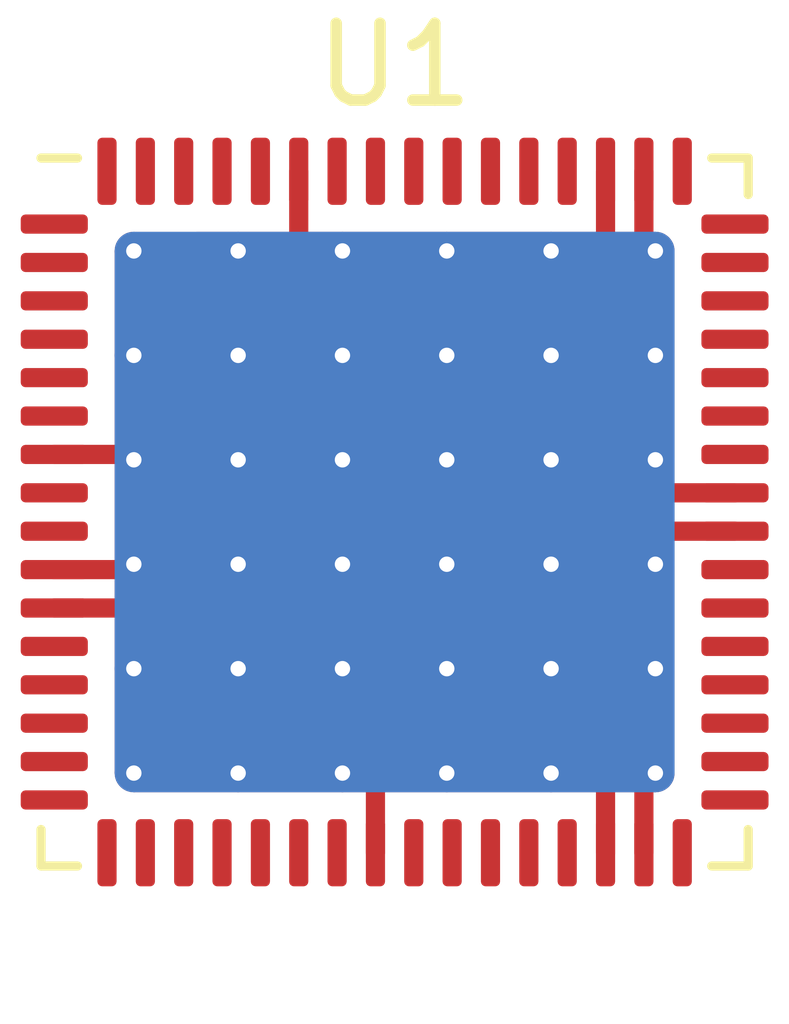
<source format=kicad_pcb>
(kicad_pcb (version 20171130) (host pcbnew "(5.1.4)-1")

  (general
    (thickness 1.6)
    (drawings 0)
    (tracks 22)
    (zones 0)
    (modules 1)
    (nets 55)
  )

  (page A4)
  (layers
    (0 F.Cu signal)
    (31 B.Cu signal)
    (32 B.Adhes user)
    (33 F.Adhes user)
    (34 B.Paste user)
    (35 F.Paste user)
    (36 B.SilkS user)
    (37 F.SilkS user)
    (38 B.Mask user)
    (39 F.Mask user)
    (40 Dwgs.User user)
    (41 Cmts.User user)
    (42 Eco1.User user)
    (43 Eco2.User user)
    (44 Edge.Cuts user)
    (45 Margin user)
    (46 B.CrtYd user)
    (47 F.CrtYd user)
    (48 B.Fab user)
    (49 F.Fab user)
  )

  (setup
    (last_trace_width 0.125)
    (trace_clearance 0.2)
    (zone_clearance 0.508)
    (zone_45_only no)
    (trace_min 0.09)
    (via_size 0.8)
    (via_drill 0.4)
    (via_min_size 0.4)
    (via_min_drill 0.3)
    (uvia_size 0.3)
    (uvia_drill 0.1)
    (uvias_allowed no)
    (uvia_min_size 0.2)
    (uvia_min_drill 0.1)
    (edge_width 0.05)
    (segment_width 0.2)
    (pcb_text_width 0.3)
    (pcb_text_size 1.5 1.5)
    (mod_edge_width 0.12)
    (mod_text_size 1 1)
    (mod_text_width 0.15)
    (pad_size 1.524 1.524)
    (pad_drill 0.762)
    (pad_to_mask_clearance 0.051)
    (solder_mask_min_width 0.25)
    (aux_axis_origin 0 0)
    (visible_elements 7FFFFFFF)
    (pcbplotparams
      (layerselection 0x010fc_ffffffff)
      (usegerberextensions false)
      (usegerberattributes false)
      (usegerberadvancedattributes false)
      (creategerberjobfile false)
      (excludeedgelayer true)
      (linewidth 0.100000)
      (plotframeref false)
      (viasonmask false)
      (mode 1)
      (useauxorigin false)
      (hpglpennumber 1)
      (hpglpenspeed 20)
      (hpglpendiameter 15.000000)
      (psnegative false)
      (psa4output false)
      (plotreference true)
      (plotvalue true)
      (plotinvisibletext false)
      (padsonsilk false)
      (subtractmaskfromsilk false)
      (outputformat 1)
      (mirror false)
      (drillshape 1)
      (scaleselection 1)
      (outputdirectory ""))
  )

  (net 0 "")
  (net 1 "Net-(U1-Pad1)")
  (net 2 "Net-(U1-Pad2)")
  (net 3 "Net-(U1-Pad3)")
  (net 4 "Net-(U1-Pad4)")
  (net 5 "Net-(U1-Pad5)")
  (net 6 "Net-(U1-Pad6)")
  (net 7 Earth)
  (net 8 "Net-(U1-Pad8)")
  (net 9 "Net-(U1-Pad9)")
  (net 10 "Net-(U1-Pad12)")
  (net 11 "Net-(U1-Pad13)")
  (net 12 "Net-(U1-Pad14)")
  (net 13 "Net-(U1-Pad15)")
  (net 14 "Net-(U1-Pad16)")
  (net 15 "Net-(U1-Pad17)")
  (net 16 "Net-(U1-Pad18)")
  (net 17 "Net-(U1-Pad19)")
  (net 18 "Net-(U1-Pad20)")
  (net 19 "Net-(U1-Pad21)")
  (net 20 "Net-(U1-Pad22)")
  (net 21 "Net-(U1-Pad23)")
  (net 22 "Net-(U1-Pad25)")
  (net 23 "Net-(U1-Pad26)")
  (net 24 "Net-(U1-Pad27)")
  (net 25 "Net-(U1-Pad28)")
  (net 26 "Net-(U1-Pad29)")
  (net 27 "Net-(U1-Pad32)")
  (net 28 "Net-(U1-Pad33)")
  (net 29 "Net-(U1-Pad34)")
  (net 30 "Net-(U1-Pad35)")
  (net 31 "Net-(U1-Pad36)")
  (net 32 "Net-(U1-Pad37)")
  (net 33 "Net-(U1-Pad38)")
  (net 34 "Net-(U1-Pad39)")
  (net 35 "Net-(U1-Pad42)")
  (net 36 "Net-(U1-Pad43)")
  (net 37 "Net-(U1-Pad44)")
  (net 38 "Net-(U1-Pad45)")
  (net 39 "Net-(U1-Pad46)")
  (net 40 "Net-(U1-Pad47)")
  (net 41 "Net-(U1-Pad48)")
  (net 42 "Net-(U1-Pad49)")
  (net 43 "Net-(U1-Pad52)")
  (net 44 "Net-(U1-Pad53)")
  (net 45 "Net-(U1-Pad54)")
  (net 46 "Net-(U1-Pad55)")
  (net 47 "Net-(U1-Pad56)")
  (net 48 "Net-(U1-Pad57)")
  (net 49 "Net-(U1-Pad58)")
  (net 50 "Net-(U1-Pad60)")
  (net 51 "Net-(U1-Pad61)")
  (net 52 "Net-(U1-Pad62)")
  (net 53 "Net-(U1-Pad63)")
  (net 54 "Net-(U1-Pad64)")

  (net_class Default "This is the default net class."
    (clearance 0.2)
    (trace_width 0.125)
    (via_dia 0.8)
    (via_drill 0.4)
    (uvia_dia 0.3)
    (uvia_drill 0.1)
    (add_net "Net-(U1-Pad1)")
    (add_net "Net-(U1-Pad12)")
    (add_net "Net-(U1-Pad13)")
    (add_net "Net-(U1-Pad14)")
    (add_net "Net-(U1-Pad15)")
    (add_net "Net-(U1-Pad16)")
    (add_net "Net-(U1-Pad17)")
    (add_net "Net-(U1-Pad18)")
    (add_net "Net-(U1-Pad19)")
    (add_net "Net-(U1-Pad2)")
    (add_net "Net-(U1-Pad20)")
    (add_net "Net-(U1-Pad21)")
    (add_net "Net-(U1-Pad22)")
    (add_net "Net-(U1-Pad23)")
    (add_net "Net-(U1-Pad25)")
    (add_net "Net-(U1-Pad26)")
    (add_net "Net-(U1-Pad27)")
    (add_net "Net-(U1-Pad28)")
    (add_net "Net-(U1-Pad29)")
    (add_net "Net-(U1-Pad3)")
    (add_net "Net-(U1-Pad32)")
    (add_net "Net-(U1-Pad33)")
    (add_net "Net-(U1-Pad34)")
    (add_net "Net-(U1-Pad35)")
    (add_net "Net-(U1-Pad36)")
    (add_net "Net-(U1-Pad37)")
    (add_net "Net-(U1-Pad38)")
    (add_net "Net-(U1-Pad39)")
    (add_net "Net-(U1-Pad4)")
    (add_net "Net-(U1-Pad42)")
    (add_net "Net-(U1-Pad43)")
    (add_net "Net-(U1-Pad44)")
    (add_net "Net-(U1-Pad45)")
    (add_net "Net-(U1-Pad46)")
    (add_net "Net-(U1-Pad47)")
    (add_net "Net-(U1-Pad48)")
    (add_net "Net-(U1-Pad49)")
    (add_net "Net-(U1-Pad5)")
    (add_net "Net-(U1-Pad52)")
    (add_net "Net-(U1-Pad53)")
    (add_net "Net-(U1-Pad54)")
    (add_net "Net-(U1-Pad55)")
    (add_net "Net-(U1-Pad56)")
    (add_net "Net-(U1-Pad57)")
    (add_net "Net-(U1-Pad58)")
    (add_net "Net-(U1-Pad6)")
    (add_net "Net-(U1-Pad60)")
    (add_net "Net-(U1-Pad61)")
    (add_net "Net-(U1-Pad62)")
    (add_net "Net-(U1-Pad63)")
    (add_net "Net-(U1-Pad64)")
    (add_net "Net-(U1-Pad8)")
    (add_net "Net-(U1-Pad9)")
  )

  (net_class GND ""
    (clearance 0.2)
    (trace_width 0.25)
    (via_dia 0.8)
    (via_drill 0.4)
    (uvia_dia 0.3)
    (uvia_drill 0.1)
    (add_net Earth)
  )

  (module Package_DFN_QFN:QFN-64-1EP_9x9mm_P0.5mm_EP7.3x7.3mm_ThermalVias (layer F.Cu) (tedit 5B316F24) (tstamp 5DA1242A)
    (at 152.465001 7.685001)
    (descr "QFN, 64 Pin (http://ww1.microchip.com/downloads/en/DeviceDoc/00002304A.pdf (page 43)), generated with kicad-footprint-generator ipc_dfn_qfn_generator.py")
    (tags "QFN DFN_QFN")
    (path /5DA0E17B)
    (attr smd)
    (fp_text reference U1 (at 0 -5.82) (layer F.SilkS)
      (effects (font (size 1 1) (thickness 0.15)))
    )
    (fp_text value SX1301 (at 0 5.82) (layer F.Fab)
      (effects (font (size 1 1) (thickness 0.15)))
    )
    (fp_line (start 4.135 -4.61) (end 4.61 -4.61) (layer F.SilkS) (width 0.12))
    (fp_line (start 4.61 -4.61) (end 4.61 -4.135) (layer F.SilkS) (width 0.12))
    (fp_line (start -4.135 4.61) (end -4.61 4.61) (layer F.SilkS) (width 0.12))
    (fp_line (start -4.61 4.61) (end -4.61 4.135) (layer F.SilkS) (width 0.12))
    (fp_line (start 4.135 4.61) (end 4.61 4.61) (layer F.SilkS) (width 0.12))
    (fp_line (start 4.61 4.61) (end 4.61 4.135) (layer F.SilkS) (width 0.12))
    (fp_line (start -4.135 -4.61) (end -4.61 -4.61) (layer F.SilkS) (width 0.12))
    (fp_line (start -3.5 -4.5) (end 4.5 -4.5) (layer F.Fab) (width 0.1))
    (fp_line (start 4.5 -4.5) (end 4.5 4.5) (layer F.Fab) (width 0.1))
    (fp_line (start 4.5 4.5) (end -4.5 4.5) (layer F.Fab) (width 0.1))
    (fp_line (start -4.5 4.5) (end -4.5 -3.5) (layer F.Fab) (width 0.1))
    (fp_line (start -4.5 -3.5) (end -3.5 -4.5) (layer F.Fab) (width 0.1))
    (fp_line (start -5.12 -5.12) (end -5.12 5.12) (layer F.CrtYd) (width 0.05))
    (fp_line (start -5.12 5.12) (end 5.12 5.12) (layer F.CrtYd) (width 0.05))
    (fp_line (start 5.12 5.12) (end 5.12 -5.12) (layer F.CrtYd) (width 0.05))
    (fp_line (start 5.12 -5.12) (end -5.12 -5.12) (layer F.CrtYd) (width 0.05))
    (fp_text user %R (at 0 0) (layer F.Fab)
      (effects (font (size 1 1) (thickness 0.15)))
    )
    (pad 65 smd roundrect (at 0 0) (size 7.3 7.3) (layers F.Cu F.Mask) (roundrect_rratio 0.034247)
      (net 7 Earth))
    (pad 65 thru_hole circle (at -3.4 -3.4) (size 0.5 0.5) (drill 0.2) (layers *.Cu)
      (net 7 Earth))
    (pad 65 thru_hole circle (at -2.04 -3.4) (size 0.5 0.5) (drill 0.2) (layers *.Cu)
      (net 7 Earth))
    (pad 65 thru_hole circle (at -0.68 -3.4) (size 0.5 0.5) (drill 0.2) (layers *.Cu)
      (net 7 Earth))
    (pad 65 thru_hole circle (at 0.68 -3.4) (size 0.5 0.5) (drill 0.2) (layers *.Cu)
      (net 7 Earth))
    (pad 65 thru_hole circle (at 2.04 -3.4) (size 0.5 0.5) (drill 0.2) (layers *.Cu)
      (net 7 Earth))
    (pad 65 thru_hole circle (at 3.4 -3.4) (size 0.5 0.5) (drill 0.2) (layers *.Cu)
      (net 7 Earth))
    (pad 65 thru_hole circle (at -3.4 -2.04) (size 0.5 0.5) (drill 0.2) (layers *.Cu)
      (net 7 Earth))
    (pad 65 thru_hole circle (at -2.04 -2.04) (size 0.5 0.5) (drill 0.2) (layers *.Cu)
      (net 7 Earth))
    (pad 65 thru_hole circle (at -0.68 -2.04) (size 0.5 0.5) (drill 0.2) (layers *.Cu)
      (net 7 Earth))
    (pad 65 thru_hole circle (at 0.68 -2.04) (size 0.5 0.5) (drill 0.2) (layers *.Cu)
      (net 7 Earth))
    (pad 65 thru_hole circle (at 2.04 -2.04) (size 0.5 0.5) (drill 0.2) (layers *.Cu)
      (net 7 Earth))
    (pad 65 thru_hole circle (at 3.4 -2.04) (size 0.5 0.5) (drill 0.2) (layers *.Cu)
      (net 7 Earth))
    (pad 65 thru_hole circle (at -3.4 -0.68) (size 0.5 0.5) (drill 0.2) (layers *.Cu)
      (net 7 Earth))
    (pad 65 thru_hole circle (at -2.04 -0.68) (size 0.5 0.5) (drill 0.2) (layers *.Cu)
      (net 7 Earth))
    (pad 65 thru_hole circle (at -0.68 -0.68) (size 0.5 0.5) (drill 0.2) (layers *.Cu)
      (net 7 Earth))
    (pad 65 thru_hole circle (at 0.68 -0.68) (size 0.5 0.5) (drill 0.2) (layers *.Cu)
      (net 7 Earth))
    (pad 65 thru_hole circle (at 2.04 -0.68) (size 0.5 0.5) (drill 0.2) (layers *.Cu)
      (net 7 Earth))
    (pad 65 thru_hole circle (at 3.4 -0.68) (size 0.5 0.5) (drill 0.2) (layers *.Cu)
      (net 7 Earth))
    (pad 65 thru_hole circle (at -3.4 0.68) (size 0.5 0.5) (drill 0.2) (layers *.Cu)
      (net 7 Earth))
    (pad 65 thru_hole circle (at -2.04 0.68) (size 0.5 0.5) (drill 0.2) (layers *.Cu)
      (net 7 Earth))
    (pad 65 thru_hole circle (at -0.68 0.68) (size 0.5 0.5) (drill 0.2) (layers *.Cu)
      (net 7 Earth))
    (pad 65 thru_hole circle (at 0.68 0.68) (size 0.5 0.5) (drill 0.2) (layers *.Cu)
      (net 7 Earth))
    (pad 65 thru_hole circle (at 2.04 0.68) (size 0.5 0.5) (drill 0.2) (layers *.Cu)
      (net 7 Earth))
    (pad 65 thru_hole circle (at 3.4 0.68) (size 0.5 0.5) (drill 0.2) (layers *.Cu)
      (net 7 Earth))
    (pad 65 thru_hole circle (at -3.4 2.04) (size 0.5 0.5) (drill 0.2) (layers *.Cu)
      (net 7 Earth))
    (pad 65 thru_hole circle (at -2.04 2.04) (size 0.5 0.5) (drill 0.2) (layers *.Cu)
      (net 7 Earth))
    (pad 65 thru_hole circle (at -0.68 2.04) (size 0.5 0.5) (drill 0.2) (layers *.Cu)
      (net 7 Earth))
    (pad 65 thru_hole circle (at 0.68 2.04) (size 0.5 0.5) (drill 0.2) (layers *.Cu)
      (net 7 Earth))
    (pad 65 thru_hole circle (at 2.04 2.04) (size 0.5 0.5) (drill 0.2) (layers *.Cu)
      (net 7 Earth))
    (pad 65 thru_hole circle (at 3.4 2.04) (size 0.5 0.5) (drill 0.2) (layers *.Cu)
      (net 7 Earth))
    (pad 65 thru_hole circle (at -3.4 3.4) (size 0.5 0.5) (drill 0.2) (layers *.Cu)
      (net 7 Earth))
    (pad 65 thru_hole circle (at -2.04 3.4) (size 0.5 0.5) (drill 0.2) (layers *.Cu)
      (net 7 Earth))
    (pad 65 thru_hole circle (at -0.68 3.4) (size 0.5 0.5) (drill 0.2) (layers *.Cu)
      (net 7 Earth))
    (pad 65 thru_hole circle (at 0.68 3.4) (size 0.5 0.5) (drill 0.2) (layers *.Cu)
      (net 7 Earth))
    (pad 65 thru_hole circle (at 2.04 3.4) (size 0.5 0.5) (drill 0.2) (layers *.Cu)
      (net 7 Earth))
    (pad 65 thru_hole circle (at 3.4 3.4) (size 0.5 0.5) (drill 0.2) (layers *.Cu)
      (net 7 Earth))
    (pad 65 smd roundrect (at 0 0) (size 7.3 7.3) (layers B.Cu) (roundrect_rratio 0.034247)
      (net 7 Earth))
    (pad "" smd roundrect (at -2.72 -2.72) (size 1.17709 1.17709) (layers F.Paste) (roundrect_rratio 0.212388))
    (pad "" smd roundrect (at -2.72 -1.36) (size 1.17709 1.17709) (layers F.Paste) (roundrect_rratio 0.212388))
    (pad "" smd roundrect (at -2.72 0) (size 1.17709 1.17709) (layers F.Paste) (roundrect_rratio 0.212388))
    (pad "" smd roundrect (at -2.72 1.36) (size 1.17709 1.17709) (layers F.Paste) (roundrect_rratio 0.212388))
    (pad "" smd roundrect (at -2.72 2.72) (size 1.17709 1.17709) (layers F.Paste) (roundrect_rratio 0.212388))
    (pad "" smd roundrect (at -1.36 -2.72) (size 1.17709 1.17709) (layers F.Paste) (roundrect_rratio 0.212388))
    (pad "" smd roundrect (at -1.36 -1.36) (size 1.17709 1.17709) (layers F.Paste) (roundrect_rratio 0.212388))
    (pad "" smd roundrect (at -1.36 0) (size 1.17709 1.17709) (layers F.Paste) (roundrect_rratio 0.212388))
    (pad "" smd roundrect (at -1.36 1.36) (size 1.17709 1.17709) (layers F.Paste) (roundrect_rratio 0.212388))
    (pad "" smd roundrect (at -1.36 2.72) (size 1.17709 1.17709) (layers F.Paste) (roundrect_rratio 0.212388))
    (pad "" smd roundrect (at 0 -2.72) (size 1.17709 1.17709) (layers F.Paste) (roundrect_rratio 0.212388))
    (pad "" smd roundrect (at 0 -1.36) (size 1.17709 1.17709) (layers F.Paste) (roundrect_rratio 0.212388))
    (pad "" smd roundrect (at 0 0) (size 1.17709 1.17709) (layers F.Paste) (roundrect_rratio 0.212388))
    (pad "" smd roundrect (at 0 1.36) (size 1.17709 1.17709) (layers F.Paste) (roundrect_rratio 0.212388))
    (pad "" smd roundrect (at 0 2.72) (size 1.17709 1.17709) (layers F.Paste) (roundrect_rratio 0.212388))
    (pad "" smd roundrect (at 1.36 -2.72) (size 1.17709 1.17709) (layers F.Paste) (roundrect_rratio 0.212388))
    (pad "" smd roundrect (at 1.36 -1.36) (size 1.17709 1.17709) (layers F.Paste) (roundrect_rratio 0.212388))
    (pad "" smd roundrect (at 1.36 0) (size 1.17709 1.17709) (layers F.Paste) (roundrect_rratio 0.212388))
    (pad "" smd roundrect (at 1.36 1.36) (size 1.17709 1.17709) (layers F.Paste) (roundrect_rratio 0.212388))
    (pad "" smd roundrect (at 1.36 2.72) (size 1.17709 1.17709) (layers F.Paste) (roundrect_rratio 0.212388))
    (pad "" smd roundrect (at 2.72 -2.72) (size 1.17709 1.17709) (layers F.Paste) (roundrect_rratio 0.212388))
    (pad "" smd roundrect (at 2.72 -1.36) (size 1.17709 1.17709) (layers F.Paste) (roundrect_rratio 0.212388))
    (pad "" smd roundrect (at 2.72 0) (size 1.17709 1.17709) (layers F.Paste) (roundrect_rratio 0.212388))
    (pad "" smd roundrect (at 2.72 1.36) (size 1.17709 1.17709) (layers F.Paste) (roundrect_rratio 0.212388))
    (pad "" smd roundrect (at 2.72 2.72) (size 1.17709 1.17709) (layers F.Paste) (roundrect_rratio 0.212388))
    (pad 1 smd roundrect (at -4.4375 -3.75) (size 0.875 0.25) (layers F.Cu F.Paste F.Mask) (roundrect_rratio 0.25)
      (net 1 "Net-(U1-Pad1)"))
    (pad 2 smd roundrect (at -4.4375 -3.25) (size 0.875 0.25) (layers F.Cu F.Paste F.Mask) (roundrect_rratio 0.25)
      (net 2 "Net-(U1-Pad2)"))
    (pad 3 smd roundrect (at -4.4375 -2.75) (size 0.875 0.25) (layers F.Cu F.Paste F.Mask) (roundrect_rratio 0.25)
      (net 3 "Net-(U1-Pad3)"))
    (pad 4 smd roundrect (at -4.4375 -2.25) (size 0.875 0.25) (layers F.Cu F.Paste F.Mask) (roundrect_rratio 0.25)
      (net 4 "Net-(U1-Pad4)"))
    (pad 5 smd roundrect (at -4.4375 -1.75) (size 0.875 0.25) (layers F.Cu F.Paste F.Mask) (roundrect_rratio 0.25)
      (net 5 "Net-(U1-Pad5)"))
    (pad 6 smd roundrect (at -4.4375 -1.25) (size 0.875 0.25) (layers F.Cu F.Paste F.Mask) (roundrect_rratio 0.25)
      (net 6 "Net-(U1-Pad6)"))
    (pad 7 smd roundrect (at -4.4375 -0.75) (size 0.875 0.25) (layers F.Cu F.Paste F.Mask) (roundrect_rratio 0.25)
      (net 7 Earth))
    (pad 8 smd roundrect (at -4.4375 -0.25) (size 0.875 0.25) (layers F.Cu F.Paste F.Mask) (roundrect_rratio 0.25)
      (net 8 "Net-(U1-Pad8)"))
    (pad 9 smd roundrect (at -4.4375 0.25) (size 0.875 0.25) (layers F.Cu F.Paste F.Mask) (roundrect_rratio 0.25)
      (net 9 "Net-(U1-Pad9)"))
    (pad 10 smd roundrect (at -4.4375 0.75) (size 0.875 0.25) (layers F.Cu F.Paste F.Mask) (roundrect_rratio 0.25)
      (net 7 Earth))
    (pad 11 smd roundrect (at -4.4375 1.25) (size 0.875 0.25) (layers F.Cu F.Paste F.Mask) (roundrect_rratio 0.25)
      (net 7 Earth))
    (pad 12 smd roundrect (at -4.4375 1.75) (size 0.875 0.25) (layers F.Cu F.Paste F.Mask) (roundrect_rratio 0.25)
      (net 10 "Net-(U1-Pad12)"))
    (pad 13 smd roundrect (at -4.4375 2.25) (size 0.875 0.25) (layers F.Cu F.Paste F.Mask) (roundrect_rratio 0.25)
      (net 11 "Net-(U1-Pad13)"))
    (pad 14 smd roundrect (at -4.4375 2.75) (size 0.875 0.25) (layers F.Cu F.Paste F.Mask) (roundrect_rratio 0.25)
      (net 12 "Net-(U1-Pad14)"))
    (pad 15 smd roundrect (at -4.4375 3.25) (size 0.875 0.25) (layers F.Cu F.Paste F.Mask) (roundrect_rratio 0.25)
      (net 13 "Net-(U1-Pad15)"))
    (pad 16 smd roundrect (at -4.4375 3.75) (size 0.875 0.25) (layers F.Cu F.Paste F.Mask) (roundrect_rratio 0.25)
      (net 14 "Net-(U1-Pad16)"))
    (pad 17 smd roundrect (at -3.75 4.4375) (size 0.25 0.875) (layers F.Cu F.Paste F.Mask) (roundrect_rratio 0.25)
      (net 15 "Net-(U1-Pad17)"))
    (pad 18 smd roundrect (at -3.25 4.4375) (size 0.25 0.875) (layers F.Cu F.Paste F.Mask) (roundrect_rratio 0.25)
      (net 16 "Net-(U1-Pad18)"))
    (pad 19 smd roundrect (at -2.75 4.4375) (size 0.25 0.875) (layers F.Cu F.Paste F.Mask) (roundrect_rratio 0.25)
      (net 17 "Net-(U1-Pad19)"))
    (pad 20 smd roundrect (at -2.25 4.4375) (size 0.25 0.875) (layers F.Cu F.Paste F.Mask) (roundrect_rratio 0.25)
      (net 18 "Net-(U1-Pad20)"))
    (pad 21 smd roundrect (at -1.75 4.4375) (size 0.25 0.875) (layers F.Cu F.Paste F.Mask) (roundrect_rratio 0.25)
      (net 19 "Net-(U1-Pad21)"))
    (pad 22 smd roundrect (at -1.25 4.4375) (size 0.25 0.875) (layers F.Cu F.Paste F.Mask) (roundrect_rratio 0.25)
      (net 20 "Net-(U1-Pad22)"))
    (pad 23 smd roundrect (at -0.75 4.4375) (size 0.25 0.875) (layers F.Cu F.Paste F.Mask) (roundrect_rratio 0.25)
      (net 21 "Net-(U1-Pad23)"))
    (pad 24 smd roundrect (at -0.25 4.4375) (size 0.25 0.875) (layers F.Cu F.Paste F.Mask) (roundrect_rratio 0.25)
      (net 7 Earth))
    (pad 25 smd roundrect (at 0.25 4.4375) (size 0.25 0.875) (layers F.Cu F.Paste F.Mask) (roundrect_rratio 0.25)
      (net 22 "Net-(U1-Pad25)"))
    (pad 26 smd roundrect (at 0.75 4.4375) (size 0.25 0.875) (layers F.Cu F.Paste F.Mask) (roundrect_rratio 0.25)
      (net 23 "Net-(U1-Pad26)"))
    (pad 27 smd roundrect (at 1.25 4.4375) (size 0.25 0.875) (layers F.Cu F.Paste F.Mask) (roundrect_rratio 0.25)
      (net 24 "Net-(U1-Pad27)"))
    (pad 28 smd roundrect (at 1.75 4.4375) (size 0.25 0.875) (layers F.Cu F.Paste F.Mask) (roundrect_rratio 0.25)
      (net 25 "Net-(U1-Pad28)"))
    (pad 29 smd roundrect (at 2.25 4.4375) (size 0.25 0.875) (layers F.Cu F.Paste F.Mask) (roundrect_rratio 0.25)
      (net 26 "Net-(U1-Pad29)"))
    (pad 30 smd roundrect (at 2.75 4.4375) (size 0.25 0.875) (layers F.Cu F.Paste F.Mask) (roundrect_rratio 0.25)
      (net 7 Earth))
    (pad 31 smd roundrect (at 3.25 4.4375) (size 0.25 0.875) (layers F.Cu F.Paste F.Mask) (roundrect_rratio 0.25)
      (net 7 Earth))
    (pad 32 smd roundrect (at 3.75 4.4375) (size 0.25 0.875) (layers F.Cu F.Paste F.Mask) (roundrect_rratio 0.25)
      (net 27 "Net-(U1-Pad32)"))
    (pad 33 smd roundrect (at 4.4375 3.75) (size 0.875 0.25) (layers F.Cu F.Paste F.Mask) (roundrect_rratio 0.25)
      (net 28 "Net-(U1-Pad33)"))
    (pad 34 smd roundrect (at 4.4375 3.25) (size 0.875 0.25) (layers F.Cu F.Paste F.Mask) (roundrect_rratio 0.25)
      (net 29 "Net-(U1-Pad34)"))
    (pad 35 smd roundrect (at 4.4375 2.75) (size 0.875 0.25) (layers F.Cu F.Paste F.Mask) (roundrect_rratio 0.25)
      (net 30 "Net-(U1-Pad35)"))
    (pad 36 smd roundrect (at 4.4375 2.25) (size 0.875 0.25) (layers F.Cu F.Paste F.Mask) (roundrect_rratio 0.25)
      (net 31 "Net-(U1-Pad36)"))
    (pad 37 smd roundrect (at 4.4375 1.75) (size 0.875 0.25) (layers F.Cu F.Paste F.Mask) (roundrect_rratio 0.25)
      (net 32 "Net-(U1-Pad37)"))
    (pad 38 smd roundrect (at 4.4375 1.25) (size 0.875 0.25) (layers F.Cu F.Paste F.Mask) (roundrect_rratio 0.25)
      (net 33 "Net-(U1-Pad38)"))
    (pad 39 smd roundrect (at 4.4375 0.75) (size 0.875 0.25) (layers F.Cu F.Paste F.Mask) (roundrect_rratio 0.25)
      (net 34 "Net-(U1-Pad39)"))
    (pad 40 smd roundrect (at 4.4375 0.25) (size 0.875 0.25) (layers F.Cu F.Paste F.Mask) (roundrect_rratio 0.25)
      (net 7 Earth))
    (pad 41 smd roundrect (at 4.4375 -0.25) (size 0.875 0.25) (layers F.Cu F.Paste F.Mask) (roundrect_rratio 0.25)
      (net 7 Earth))
    (pad 42 smd roundrect (at 4.4375 -0.75) (size 0.875 0.25) (layers F.Cu F.Paste F.Mask) (roundrect_rratio 0.25)
      (net 35 "Net-(U1-Pad42)"))
    (pad 43 smd roundrect (at 4.4375 -1.25) (size 0.875 0.25) (layers F.Cu F.Paste F.Mask) (roundrect_rratio 0.25)
      (net 36 "Net-(U1-Pad43)"))
    (pad 44 smd roundrect (at 4.4375 -1.75) (size 0.875 0.25) (layers F.Cu F.Paste F.Mask) (roundrect_rratio 0.25)
      (net 37 "Net-(U1-Pad44)"))
    (pad 45 smd roundrect (at 4.4375 -2.25) (size 0.875 0.25) (layers F.Cu F.Paste F.Mask) (roundrect_rratio 0.25)
      (net 38 "Net-(U1-Pad45)"))
    (pad 46 smd roundrect (at 4.4375 -2.75) (size 0.875 0.25) (layers F.Cu F.Paste F.Mask) (roundrect_rratio 0.25)
      (net 39 "Net-(U1-Pad46)"))
    (pad 47 smd roundrect (at 4.4375 -3.25) (size 0.875 0.25) (layers F.Cu F.Paste F.Mask) (roundrect_rratio 0.25)
      (net 40 "Net-(U1-Pad47)"))
    (pad 48 smd roundrect (at 4.4375 -3.75) (size 0.875 0.25) (layers F.Cu F.Paste F.Mask) (roundrect_rratio 0.25)
      (net 41 "Net-(U1-Pad48)"))
    (pad 49 smd roundrect (at 3.75 -4.4375) (size 0.25 0.875) (layers F.Cu F.Paste F.Mask) (roundrect_rratio 0.25)
      (net 42 "Net-(U1-Pad49)"))
    (pad 50 smd roundrect (at 3.25 -4.4375) (size 0.25 0.875) (layers F.Cu F.Paste F.Mask) (roundrect_rratio 0.25)
      (net 7 Earth))
    (pad 51 smd roundrect (at 2.75 -4.4375) (size 0.25 0.875) (layers F.Cu F.Paste F.Mask) (roundrect_rratio 0.25)
      (net 7 Earth))
    (pad 52 smd roundrect (at 2.25 -4.4375) (size 0.25 0.875) (layers F.Cu F.Paste F.Mask) (roundrect_rratio 0.25)
      (net 43 "Net-(U1-Pad52)"))
    (pad 53 smd roundrect (at 1.75 -4.4375) (size 0.25 0.875) (layers F.Cu F.Paste F.Mask) (roundrect_rratio 0.25)
      (net 44 "Net-(U1-Pad53)"))
    (pad 54 smd roundrect (at 1.25 -4.4375) (size 0.25 0.875) (layers F.Cu F.Paste F.Mask) (roundrect_rratio 0.25)
      (net 45 "Net-(U1-Pad54)"))
    (pad 55 smd roundrect (at 0.75 -4.4375) (size 0.25 0.875) (layers F.Cu F.Paste F.Mask) (roundrect_rratio 0.25)
      (net 46 "Net-(U1-Pad55)"))
    (pad 56 smd roundrect (at 0.25 -4.4375) (size 0.25 0.875) (layers F.Cu F.Paste F.Mask) (roundrect_rratio 0.25)
      (net 47 "Net-(U1-Pad56)"))
    (pad 57 smd roundrect (at -0.25 -4.4375) (size 0.25 0.875) (layers F.Cu F.Paste F.Mask) (roundrect_rratio 0.25)
      (net 48 "Net-(U1-Pad57)"))
    (pad 58 smd roundrect (at -0.75 -4.4375) (size 0.25 0.875) (layers F.Cu F.Paste F.Mask) (roundrect_rratio 0.25)
      (net 49 "Net-(U1-Pad58)"))
    (pad 59 smd roundrect (at -1.25 -4.4375) (size 0.25 0.875) (layers F.Cu F.Paste F.Mask) (roundrect_rratio 0.25)
      (net 7 Earth))
    (pad 60 smd roundrect (at -1.75 -4.4375) (size 0.25 0.875) (layers F.Cu F.Paste F.Mask) (roundrect_rratio 0.25)
      (net 50 "Net-(U1-Pad60)"))
    (pad 61 smd roundrect (at -2.25 -4.4375) (size 0.25 0.875) (layers F.Cu F.Paste F.Mask) (roundrect_rratio 0.25)
      (net 51 "Net-(U1-Pad61)"))
    (pad 62 smd roundrect (at -2.75 -4.4375) (size 0.25 0.875) (layers F.Cu F.Paste F.Mask) (roundrect_rratio 0.25)
      (net 52 "Net-(U1-Pad62)"))
    (pad 63 smd roundrect (at -3.25 -4.4375) (size 0.25 0.875) (layers F.Cu F.Paste F.Mask) (roundrect_rratio 0.25)
      (net 53 "Net-(U1-Pad63)"))
    (pad 64 smd roundrect (at -3.75 -4.4375) (size 0.25 0.875) (layers F.Cu F.Paste F.Mask) (roundrect_rratio 0.25)
      (net 54 "Net-(U1-Pad64)"))
    (model ${KISYS3DMOD}/Package_DFN_QFN.3dshapes/QFN-64-1EP_9x9mm_P0.5mm_EP7.3x7.3mm.wrl
      (at (xyz 0 0 0))
      (scale (xyz 1 1 1))
      (rotate (xyz 0 0 0))
    )
  )

  (segment (start 148.995001 8.435001) (end 149.065001 8.365001) (width 0.25) (layer F.Cu) (net 7))
  (segment (start 148.027501 8.435001) (end 148.995001 8.435001) (width 0.25) (layer F.Cu) (net 7))
  (segment (start 148.995001 6.935001) (end 149.065001 7.005001) (width 0.25) (layer F.Cu) (net 7))
  (segment (start 148.027501 6.935001) (end 148.995001 6.935001) (width 0.25) (layer F.Cu) (net 7))
  (segment (start 151.215001 6.435001) (end 152.465001 7.685001) (width 0.25) (layer F.Cu) (net 7))
  (segment (start 151.215001 3.247501) (end 151.215001 6.435001) (width 0.25) (layer F.Cu) (net 7))
  (segment (start 151.215001 8.935001) (end 152.465001 7.685001) (width 0.25) (layer F.Cu) (net 7))
  (segment (start 148.027501 8.935001) (end 151.215001 8.935001) (width 0.25) (layer F.Cu) (net 7))
  (segment (start 152.715001 7.435001) (end 152.465001 7.685001) (width 0.25) (layer F.Cu) (net 7))
  (segment (start 156.902501 7.435001) (end 152.715001 7.435001) (width 0.25) (layer F.Cu) (net 7))
  (segment (start 152.715001 7.935001) (end 152.465001 7.685001) (width 0.25) (layer F.Cu) (net 7))
  (segment (start 156.902501 7.935001) (end 152.715001 7.935001) (width 0.25) (layer F.Cu) (net 7))
  (segment (start 155.215001 10.435001) (end 152.465001 7.685001) (width 0.25) (layer F.Cu) (net 7))
  (segment (start 155.215001 12.122501) (end 155.215001 10.435001) (width 0.25) (layer F.Cu) (net 7))
  (segment (start 155.715001 10.935001) (end 152.465001 7.685001) (width 0.25) (layer F.Cu) (net 7))
  (segment (start 155.715001 12.122501) (end 155.715001 10.935001) (width 0.25) (layer F.Cu) (net 7))
  (segment (start 152.215001 7.935001) (end 152.465001 7.685001) (width 0.25) (layer F.Cu) (net 7))
  (segment (start 152.215001 12.122501) (end 152.215001 7.935001) (width 0.25) (layer F.Cu) (net 7))
  (segment (start 155.215001 4.935001) (end 152.465001 7.685001) (width 0.25) (layer F.Cu) (net 7))
  (segment (start 155.215001 3.247501) (end 155.215001 4.935001) (width 0.25) (layer F.Cu) (net 7))
  (segment (start 155.715001 4.435001) (end 152.465001 7.685001) (width 0.25) (layer F.Cu) (net 7))
  (segment (start 155.715001 3.247501) (end 155.715001 4.435001) (width 0.25) (layer F.Cu) (net 7))

)

</source>
